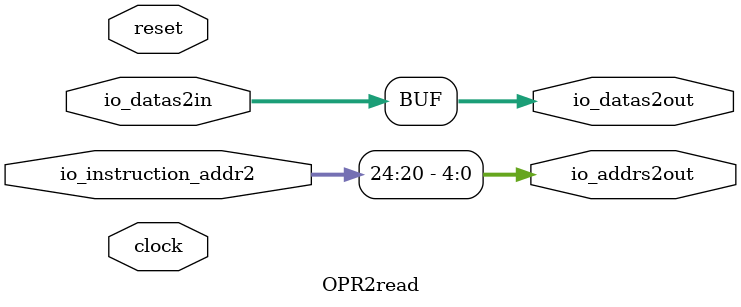
<source format=v>
module OPR2read(
  input         clock,
  input         reset,
  input  [31:0] io_instruction_addr2,
  input  [31:0] io_datas2in,
  output [4:0]  io_addrs2out,
  output [31:0] io_datas2out
);
  assign io_addrs2out = io_instruction_addr2[24:20]; // @[OPR2read.scala 26:38]
  assign io_datas2out = io_datas2in; // @[OPR2read.scala 24:25 28:15]
endmodule

</source>
